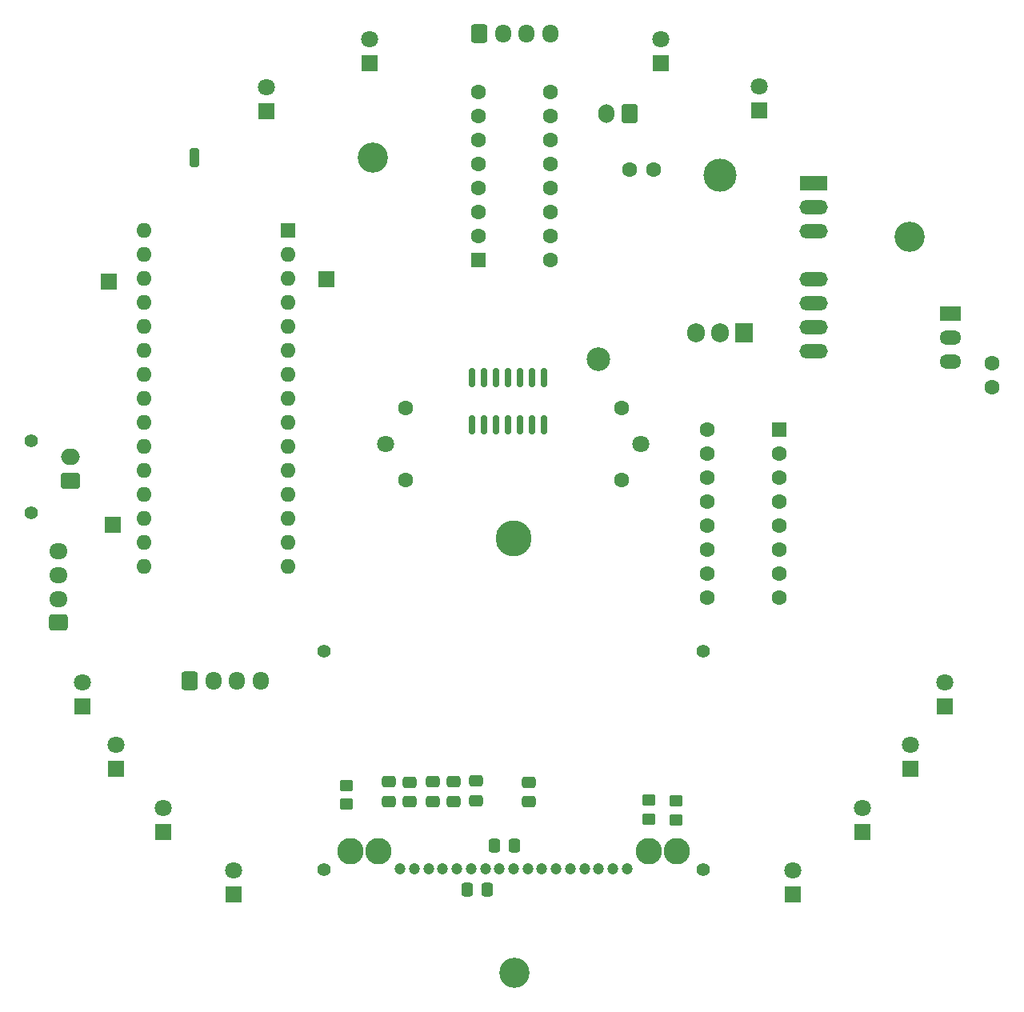
<source format=gbr>
%TF.GenerationSoftware,KiCad,Pcbnew,9.0.2*%
%TF.CreationDate,2025-06-27T21:47:48+01:00*%
%TF.ProjectId,Full_Circuit,46756c6c-5f43-4697-9263-7569742e6b69,rev?*%
%TF.SameCoordinates,Original*%
%TF.FileFunction,Soldermask,Bot*%
%TF.FilePolarity,Negative*%
%FSLAX46Y46*%
G04 Gerber Fmt 4.6, Leading zero omitted, Abs format (unit mm)*
G04 Created by KiCad (PCBNEW 9.0.2) date 2025-06-27 21:47:48*
%MOMM*%
%LPD*%
G01*
G04 APERTURE LIST*
G04 Aperture macros list*
%AMRoundRect*
0 Rectangle with rounded corners*
0 $1 Rounding radius*
0 $2 $3 $4 $5 $6 $7 $8 $9 X,Y pos of 4 corners*
0 Add a 4 corners polygon primitive as box body*
4,1,4,$2,$3,$4,$5,$6,$7,$8,$9,$2,$3,0*
0 Add four circle primitives for the rounded corners*
1,1,$1+$1,$2,$3*
1,1,$1+$1,$4,$5*
1,1,$1+$1,$6,$7*
1,1,$1+$1,$8,$9*
0 Add four rect primitives between the rounded corners*
20,1,$1+$1,$2,$3,$4,$5,0*
20,1,$1+$1,$4,$5,$6,$7,0*
20,1,$1+$1,$6,$7,$8,$9,0*
20,1,$1+$1,$8,$9,$2,$3,0*%
G04 Aperture macros list end*
%ADD10R,1.800000X1.800000*%
%ADD11C,1.800000*%
%ADD12RoundRect,0.250000X0.750000X-0.600000X0.750000X0.600000X-0.750000X0.600000X-0.750000X-0.600000X0*%
%ADD13O,2.000000X1.700000*%
%ADD14C,2.500000*%
%ADD15C,3.800000*%
%ADD16C,1.600000*%
%ADD17C,1.400000*%
%ADD18C,3.200000*%
%ADD19RoundRect,0.250000X0.725000X-0.600000X0.725000X0.600000X-0.725000X0.600000X-0.725000X-0.600000X0*%
%ADD20O,1.950000X1.700000*%
%ADD21C,1.200000*%
%ADD22C,2.800000*%
%ADD23RoundRect,0.250000X0.550000X0.550000X-0.550000X0.550000X-0.550000X-0.550000X0.550000X-0.550000X0*%
%ADD24RoundRect,0.250000X-0.475000X0.337500X-0.475000X-0.337500X0.475000X-0.337500X0.475000X0.337500X0*%
%ADD25R,3.000000X1.500000*%
%ADD26O,3.000000X1.500000*%
%ADD27R,1.700000X1.700000*%
%ADD28RoundRect,0.150000X0.150000X-0.825000X0.150000X0.825000X-0.150000X0.825000X-0.150000X-0.825000X0*%
%ADD29RoundRect,0.250000X0.337500X0.475000X-0.337500X0.475000X-0.337500X-0.475000X0.337500X-0.475000X0*%
%ADD30RoundRect,0.250000X0.450000X-0.350000X0.450000X0.350000X-0.450000X0.350000X-0.450000X-0.350000X0*%
%ADD31RoundRect,0.250000X0.250000X0.750000X-0.250000X0.750000X-0.250000X-0.750000X0.250000X-0.750000X0*%
%ADD32RoundRect,0.250000X0.600000X0.750000X-0.600000X0.750000X-0.600000X-0.750000X0.600000X-0.750000X0*%
%ADD33O,1.700000X2.000000*%
%ADD34R,2.300000X1.500000*%
%ADD35O,2.300000X1.500000*%
%ADD36RoundRect,0.250000X-0.550000X-0.550000X0.550000X-0.550000X0.550000X0.550000X-0.550000X0.550000X0*%
%ADD37R,1.600000X1.600000*%
%ADD38O,1.600000X1.600000*%
%ADD39RoundRect,0.250000X-0.600000X-0.725000X0.600000X-0.725000X0.600000X0.725000X-0.600000X0.725000X0*%
%ADD40O,1.700000X1.950000*%
%ADD41C,3.500000*%
%ADD42R,1.905000X2.000000*%
%ADD43O,1.905000X2.000000*%
G04 APERTURE END LIST*
D10*
%TO.C,D11*%
X123435250Y-125277150D03*
D11*
X123435250Y-122737150D03*
%TD*%
D12*
%TO.C,SW1*%
X113665000Y-88098000D03*
D13*
X113665000Y-85598000D03*
%TD*%
D11*
%TO.C,M2*%
X174019250Y-84251150D03*
D14*
X169519250Y-75251150D03*
D15*
X160519250Y-94251150D03*
D11*
X147019250Y-84251150D03*
D16*
X149089250Y-88061150D03*
X149089250Y-80441150D03*
X171949250Y-80441150D03*
X171949250Y-88061150D03*
%TD*%
D17*
%TO.C,R20*%
X109474000Y-91567000D03*
X109474000Y-83947000D03*
%TD*%
D10*
%TO.C,D9*%
X190084850Y-131881150D03*
D11*
X190084850Y-129341150D03*
%TD*%
D10*
%TO.C,D7*%
X202556250Y-118647750D03*
D11*
X202556250Y-116107750D03*
%TD*%
D18*
%TO.C,H3*%
X145669000Y-53975000D03*
%TD*%
D10*
%TO.C,D5*%
X206163050Y-111992950D03*
D11*
X206163050Y-109452950D03*
%TD*%
D18*
%TO.C,H2*%
X202438000Y-62357000D03*
%TD*%
%TO.C,H1*%
X160671000Y-140208000D03*
%TD*%
D10*
%TO.C,D2*%
X176165000Y-43947000D03*
D11*
X176165000Y-41407000D03*
%TD*%
D10*
%TO.C,D3*%
X145304000Y-43947000D03*
D11*
X145304000Y-41407000D03*
%TD*%
D16*
%TO.C,C18*%
X175367000Y-55245000D03*
X172867000Y-55245000D03*
%TD*%
D10*
%TO.C,D10*%
X130928250Y-131906550D03*
D11*
X130928250Y-129366550D03*
%TD*%
D10*
%TO.C,D13*%
X114926250Y-111992950D03*
D11*
X114926250Y-109452950D03*
%TD*%
D19*
%TO.C,J6*%
X112395000Y-103131000D03*
D20*
X112395000Y-100631000D03*
X112395000Y-98131000D03*
X112395000Y-95631000D03*
%TD*%
D21*
%TO.C,DS1*%
X148544650Y-129166150D03*
X150044650Y-129166150D03*
X151544650Y-129166150D03*
X153044650Y-129166150D03*
X154544650Y-129166150D03*
X156044650Y-129166150D03*
X157544650Y-129166150D03*
X159044650Y-129166150D03*
X160544650Y-129166150D03*
X162044650Y-129166150D03*
X163544650Y-129166150D03*
X165044650Y-129166150D03*
X166544650Y-129166150D03*
X168044650Y-129166150D03*
X169544650Y-129166150D03*
X171044650Y-129166150D03*
X172544650Y-129166150D03*
D22*
X143244650Y-127366150D03*
X146244650Y-127366150D03*
X174844650Y-127366150D03*
X177844650Y-127366150D03*
D17*
X140444650Y-129316150D03*
X140444650Y-106216150D03*
X180644650Y-106216150D03*
X180644650Y-129316150D03*
%TD*%
D10*
%TO.C,D12*%
X118482250Y-118647750D03*
D11*
X118482250Y-116107750D03*
%TD*%
D16*
%TO.C,C17*%
X211201000Y-78192000D03*
X211201000Y-75692000D03*
%TD*%
D10*
%TO.C,D1*%
X186579000Y-48900000D03*
D11*
X186579000Y-46360000D03*
%TD*%
D10*
%TO.C,D8*%
X197450850Y-125277150D03*
D11*
X197450850Y-122737150D03*
%TD*%
D10*
%TO.C,D4*%
X134382000Y-49027000D03*
D11*
X134382000Y-46487000D03*
%TD*%
D23*
%TO.C,U6*%
X188687850Y-82701750D03*
D16*
X188687850Y-85241750D03*
X188687850Y-87781750D03*
X188687850Y-90321750D03*
X188687850Y-92861750D03*
X188687850Y-95401750D03*
X188687850Y-97941750D03*
X188687850Y-100481750D03*
X181067850Y-100481750D03*
X181067850Y-97941750D03*
X181067850Y-95401750D03*
X181067850Y-92861750D03*
X181067850Y-90321750D03*
X181067850Y-87781750D03*
X181067850Y-85241750D03*
X181067850Y-82701750D03*
%TD*%
D24*
%TO.C,C9*%
X149571850Y-120043650D03*
X149571850Y-122118650D03*
%TD*%
D25*
%TO.C,U3*%
X192291000Y-56647500D03*
D26*
X192291000Y-59187500D03*
X192291000Y-61727500D03*
X192291000Y-66807500D03*
X192291000Y-69347500D03*
X192291000Y-71887500D03*
X192291000Y-74427500D03*
%TD*%
D24*
%TO.C,C15*%
X162170250Y-120043650D03*
X162170250Y-122118650D03*
%TD*%
D27*
%TO.C,TP1*%
X140716000Y-66802000D03*
%TD*%
D28*
%TO.C,U5*%
X163743750Y-82179550D03*
X162473750Y-82179550D03*
X161203750Y-82179550D03*
X159933750Y-82179550D03*
X158663750Y-82179550D03*
X157393750Y-82179550D03*
X156123750Y-82179550D03*
X156123750Y-77229550D03*
X157393750Y-77229550D03*
X158663750Y-77229550D03*
X159933750Y-77229550D03*
X161203750Y-77229550D03*
X162473750Y-77229550D03*
X163743750Y-77229550D03*
%TD*%
D29*
%TO.C,C14*%
X160616950Y-126719950D03*
X158541950Y-126719950D03*
%TD*%
D24*
%TO.C,C8*%
X147336650Y-119992850D03*
X147336650Y-122067850D03*
%TD*%
D29*
%TO.C,C13*%
X157721350Y-131444350D03*
X155646350Y-131444350D03*
%TD*%
D30*
%TO.C,R24*%
X177765850Y-124011550D03*
X177765850Y-122011550D03*
%TD*%
D31*
%TO.C,J5*%
X126746000Y-53975000D03*
%TD*%
D32*
%TO.C,J2*%
X172863000Y-49276000D03*
D33*
X170363000Y-49276000D03*
%TD*%
D24*
%TO.C,C12*%
X156531450Y-119891250D03*
X156531450Y-121966250D03*
%TD*%
D30*
%TO.C,R22*%
X142866250Y-122385950D03*
X142866250Y-120385950D03*
%TD*%
D27*
%TO.C,TP2*%
X118110000Y-92837000D03*
%TD*%
D30*
%TO.C,R23*%
X174819450Y-123960750D03*
X174819450Y-121960750D03*
%TD*%
D34*
%TO.C,U1*%
X206804500Y-70450500D03*
D35*
X206804500Y-72990500D03*
X206804500Y-75530500D03*
%TD*%
D36*
%TO.C,U2*%
X156836250Y-64794750D03*
D16*
X156836250Y-62254750D03*
X156836250Y-59714750D03*
X156836250Y-57174750D03*
X156836250Y-54634750D03*
X156836250Y-52094750D03*
X156836250Y-49554750D03*
X156836250Y-47014750D03*
X164456250Y-47014750D03*
X164456250Y-49554750D03*
X164456250Y-52094750D03*
X164456250Y-54634750D03*
X164456250Y-57174750D03*
X164456250Y-59714750D03*
X164456250Y-62254750D03*
X164456250Y-64794750D03*
%TD*%
D37*
%TO.C,A1*%
X136642000Y-61645150D03*
D38*
X136642000Y-64185150D03*
X136642000Y-66725150D03*
X136642000Y-69265150D03*
X136642000Y-71805150D03*
X136642000Y-74345150D03*
X136642000Y-76885150D03*
X136642000Y-79425150D03*
X136642000Y-81965150D03*
X136642000Y-84505150D03*
X136642000Y-87045150D03*
X136642000Y-89585150D03*
X136642000Y-92125150D03*
X136642000Y-94665150D03*
X136642000Y-97205150D03*
X121402000Y-97205150D03*
X121402000Y-94665150D03*
X121402000Y-92125150D03*
X121402000Y-89585150D03*
X121402000Y-87045150D03*
X121402000Y-84505150D03*
X121402000Y-81965150D03*
X121402000Y-79425150D03*
X121402000Y-76885150D03*
X121402000Y-74345150D03*
X121402000Y-71805150D03*
X121402000Y-69265150D03*
X121402000Y-66725150D03*
X121402000Y-64185150D03*
X121402000Y-61645150D03*
%TD*%
D27*
%TO.C,TP3*%
X117729000Y-67056000D03*
%TD*%
D24*
%TO.C,C11*%
X154194650Y-119992850D03*
X154194650Y-122067850D03*
%TD*%
%TO.C,C10*%
X151959450Y-119992850D03*
X151959450Y-122067850D03*
%TD*%
D39*
%TO.C,J4*%
X126278000Y-109347000D03*
D40*
X128778000Y-109347000D03*
X131278000Y-109347000D03*
X133778000Y-109347000D03*
%TD*%
D41*
%TO.C,U4*%
X182388000Y-55816000D03*
D42*
X184928000Y-72476000D03*
D43*
X182388000Y-72476000D03*
X179848000Y-72476000D03*
%TD*%
D39*
%TO.C,J3*%
X156921000Y-40784000D03*
D40*
X159421000Y-40784000D03*
X161921000Y-40784000D03*
X164421000Y-40784000D03*
%TD*%
M02*

</source>
